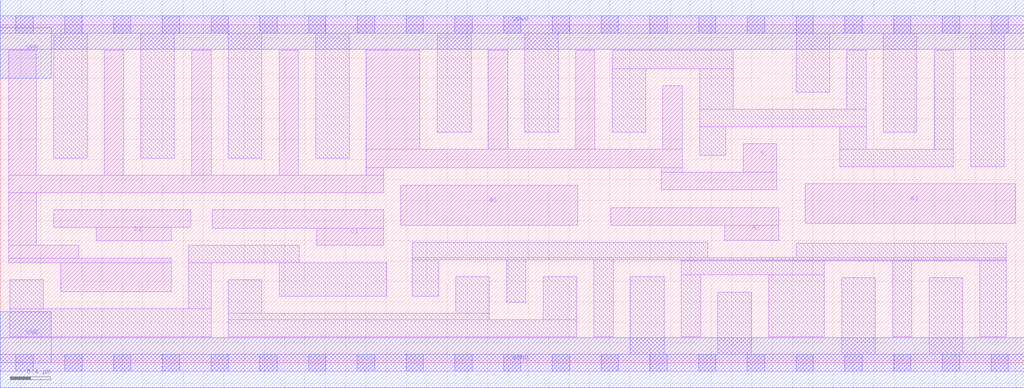
<source format=lef>
# Copyright 2020 The SkyWater PDK Authors
#
# Licensed under the Apache License, Version 2.0 (the "License");
# you may not use this file except in compliance with the License.
# You may obtain a copy of the License at
#
#     https://www.apache.org/licenses/LICENSE-2.0
#
# Unless required by applicable law or agreed to in writing, software
# distributed under the License is distributed on an "AS IS" BASIS,
# WITHOUT WARRANTIES OR CONDITIONS OF ANY KIND, either express or implied.
# See the License for the specific language governing permissions and
# limitations under the License.
#
# SPDX-License-Identifier: Apache-2.0

VERSION 5.5 ;
NAMESCASESENSITIVE ON ;
BUSBITCHARS "[]" ;
DIVIDERCHAR "/" ;
MACRO sky130_fd_sc_lp__o2111ai_4
  CLASS CORE ;
  SOURCE USER ;
  ORIGIN  0.000000  0.000000 ;
  SIZE  10.08000 BY  3.330000 ;
  SYMMETRY X Y R90 ;
  SITE unit ;
  PIN A1
    ANTENNAGATEAREA  1.260000 ;
    DIRECTION INPUT ;
    USE SIGNAL ;
    PORT
      LAYER li1 ;
        RECT 7.925000 1.375000 9.995000 1.760000 ;
    END
  END A1
  PIN A2
    ANTENNAGATEAREA  1.260000 ;
    DIRECTION INPUT ;
    USE SIGNAL ;
    PORT
      LAYER li1 ;
        RECT 6.010000 1.355000 7.665000 1.525000 ;
        RECT 7.135000 1.205000 7.665000 1.355000 ;
    END
  END A2
  PIN B1
    ANTENNAGATEAREA  1.260000 ;
    DIRECTION INPUT ;
    USE SIGNAL ;
    PORT
      LAYER li1 ;
        RECT 3.945000 1.355000 5.685000 1.750000 ;
    END
  END B1
  PIN C1
    ANTENNAGATEAREA  1.260000 ;
    DIRECTION INPUT ;
    USE SIGNAL ;
    PORT
      LAYER li1 ;
        RECT 2.085000 1.325000 3.775000 1.505000 ;
        RECT 3.115000 1.155000 3.775000 1.325000 ;
    END
  END C1
  PIN D1
    ANTENNAGATEAREA  1.260000 ;
    DIRECTION INPUT ;
    USE SIGNAL ;
    PORT
      LAYER li1 ;
        RECT 0.525000 1.335000 1.875000 1.505000 ;
        RECT 0.945000 1.200000 1.685000 1.335000 ;
    END
  END D1
  PIN Y
    ANTENNADIFFAREA  4.036200 ;
    DIRECTION OUTPUT ;
    USE SIGNAL ;
    PORT
      LAYER li1 ;
        RECT 0.085000 0.985000 1.685000 1.030000 ;
        RECT 0.085000 1.030000 0.775000 1.155000 ;
        RECT 0.085000 1.155000 0.355000 1.675000 ;
        RECT 0.085000 1.675000 3.775000 1.845000 ;
        RECT 0.085000 1.845000 0.355000 3.075000 ;
        RECT 0.595000 0.700000 1.685000 0.985000 ;
        RECT 1.025000 1.845000 1.215000 3.075000 ;
        RECT 1.885000 1.845000 2.075000 3.075000 ;
        RECT 2.745000 1.845000 2.935000 3.075000 ;
        RECT 3.605000 1.845000 3.775000 1.920000 ;
        RECT 3.605000 1.920000 6.715000 2.100000 ;
        RECT 3.605000 2.100000 4.130000 3.075000 ;
        RECT 4.805000 2.100000 4.995000 3.075000 ;
        RECT 5.665000 2.100000 5.855000 3.075000 ;
        RECT 6.510000 1.705000 7.645000 1.875000 ;
        RECT 6.510000 1.875000 6.715000 1.920000 ;
        RECT 6.525000 2.100000 6.715000 2.725000 ;
        RECT 7.315000 1.875000 7.645000 2.155000 ;
    END
  END Y
  PIN VGND
    DIRECTION INOUT ;
    USE GROUND ;
    PORT
      LAYER met1 ;
        RECT 0.000000 -0.245000 10.080000 0.245000 ;
    END
  END VGND
  PIN VNB
    DIRECTION INOUT ;
    USE GROUND ;
    PORT
      LAYER met1 ;
        RECT 0.000000 0.000000 0.500000 0.500000 ;
    END
  END VNB
  PIN VPB
    DIRECTION INOUT ;
    USE POWER ;
    PORT
      LAYER met1 ;
        RECT 0.000000 2.800000 0.500000 3.300000 ;
    END
  END VPB
  PIN VPWR
    DIRECTION INOUT ;
    USE POWER ;
    PORT
      LAYER met1 ;
        RECT 0.000000 3.085000 10.080000 3.575000 ;
    END
  END VPWR
  OBS
    LAYER li1 ;
      RECT 0.000000 -0.085000 10.080000 0.085000 ;
      RECT 0.000000  3.245000 10.080000 3.415000 ;
      RECT 0.095000  0.255000  2.075000 0.530000 ;
      RECT 0.095000  0.530000  0.425000 0.815000 ;
      RECT 0.525000  2.015000  0.855000 3.245000 ;
      RECT 1.385000  2.015000  1.715000 3.245000 ;
      RECT 1.855000  0.530000  2.075000 0.985000 ;
      RECT 1.855000  0.985000  2.945000 1.155000 ;
      RECT 2.245000  0.255000  5.675000 0.425000 ;
      RECT 2.245000  0.425000  4.815000 0.485000 ;
      RECT 2.245000  0.485000  2.575000 0.815000 ;
      RECT 2.245000  2.015000  2.575000 3.245000 ;
      RECT 2.745000  0.655000  3.805000 0.985000 ;
      RECT 3.105000  2.015000  3.435000 3.245000 ;
      RECT 4.055000  0.655000  4.315000 1.015000 ;
      RECT 4.055000  1.015000  9.905000 1.035000 ;
      RECT 4.055000  1.035000  6.965000 1.185000 ;
      RECT 4.300000  2.270000  4.635000 3.245000 ;
      RECT 4.485000  0.485000  4.815000 0.845000 ;
      RECT 4.985000  0.595000  5.175000 1.015000 ;
      RECT 5.165000  2.270000  5.495000 3.245000 ;
      RECT 5.345000  0.425000  5.675000 0.845000 ;
      RECT 5.845000  0.255000  6.035000 1.015000 ;
      RECT 6.025000  2.270000  6.355000 2.895000 ;
      RECT 6.025000  2.895000  7.215000 3.075000 ;
      RECT 6.205000  0.085000  6.535000 0.845000 ;
      RECT 6.705000  0.255000  6.895000 0.865000 ;
      RECT 6.705000  0.865000  8.115000 1.005000 ;
      RECT 6.705000  1.005000  9.905000 1.015000 ;
      RECT 6.885000  2.045000  7.145000 2.325000 ;
      RECT 6.885000  2.325000  8.525000 2.495000 ;
      RECT 6.885000  2.495000  7.215000 2.895000 ;
      RECT 7.065000  0.085000  7.395000 0.695000 ;
      RECT 7.565000  0.255000  8.115000 0.865000 ;
      RECT 7.835000  1.035000  9.905000 1.175000 ;
      RECT 7.835000  2.665000  8.165000 3.245000 ;
      RECT 8.265000  1.930000  9.385000 2.100000 ;
      RECT 8.265000  2.100000  8.525000 2.325000 ;
      RECT 8.285000  0.085000  8.615000 0.835000 ;
      RECT 8.335000  2.495000  8.525000 3.075000 ;
      RECT 8.695000  2.270000  9.025000 3.245000 ;
      RECT 8.785000  0.255000  8.975000 1.005000 ;
      RECT 9.145000  0.085000  9.475000 0.835000 ;
      RECT 9.195000  2.100000  9.385000 3.075000 ;
      RECT 9.555000  1.930000  9.885000 3.245000 ;
      RECT 9.645000  0.255000  9.905000 1.005000 ;
    LAYER mcon ;
      RECT 0.155000 -0.085000 0.325000 0.085000 ;
      RECT 0.155000  3.245000 0.325000 3.415000 ;
      RECT 0.635000 -0.085000 0.805000 0.085000 ;
      RECT 0.635000  3.245000 0.805000 3.415000 ;
      RECT 1.115000 -0.085000 1.285000 0.085000 ;
      RECT 1.115000  3.245000 1.285000 3.415000 ;
      RECT 1.595000 -0.085000 1.765000 0.085000 ;
      RECT 1.595000  3.245000 1.765000 3.415000 ;
      RECT 2.075000 -0.085000 2.245000 0.085000 ;
      RECT 2.075000  3.245000 2.245000 3.415000 ;
      RECT 2.555000 -0.085000 2.725000 0.085000 ;
      RECT 2.555000  3.245000 2.725000 3.415000 ;
      RECT 3.035000 -0.085000 3.205000 0.085000 ;
      RECT 3.035000  3.245000 3.205000 3.415000 ;
      RECT 3.515000 -0.085000 3.685000 0.085000 ;
      RECT 3.515000  3.245000 3.685000 3.415000 ;
      RECT 3.995000 -0.085000 4.165000 0.085000 ;
      RECT 3.995000  3.245000 4.165000 3.415000 ;
      RECT 4.475000 -0.085000 4.645000 0.085000 ;
      RECT 4.475000  3.245000 4.645000 3.415000 ;
      RECT 4.955000 -0.085000 5.125000 0.085000 ;
      RECT 4.955000  3.245000 5.125000 3.415000 ;
      RECT 5.435000 -0.085000 5.605000 0.085000 ;
      RECT 5.435000  3.245000 5.605000 3.415000 ;
      RECT 5.915000 -0.085000 6.085000 0.085000 ;
      RECT 5.915000  3.245000 6.085000 3.415000 ;
      RECT 6.395000 -0.085000 6.565000 0.085000 ;
      RECT 6.395000  3.245000 6.565000 3.415000 ;
      RECT 6.875000 -0.085000 7.045000 0.085000 ;
      RECT 6.875000  3.245000 7.045000 3.415000 ;
      RECT 7.355000 -0.085000 7.525000 0.085000 ;
      RECT 7.355000  3.245000 7.525000 3.415000 ;
      RECT 7.835000 -0.085000 8.005000 0.085000 ;
      RECT 7.835000  3.245000 8.005000 3.415000 ;
      RECT 8.315000 -0.085000 8.485000 0.085000 ;
      RECT 8.315000  3.245000 8.485000 3.415000 ;
      RECT 8.795000 -0.085000 8.965000 0.085000 ;
      RECT 8.795000  3.245000 8.965000 3.415000 ;
      RECT 9.275000 -0.085000 9.445000 0.085000 ;
      RECT 9.275000  3.245000 9.445000 3.415000 ;
      RECT 9.755000 -0.085000 9.925000 0.085000 ;
      RECT 9.755000  3.245000 9.925000 3.415000 ;
  END
END sky130_fd_sc_lp__o2111ai_4
END LIBRARY

</source>
